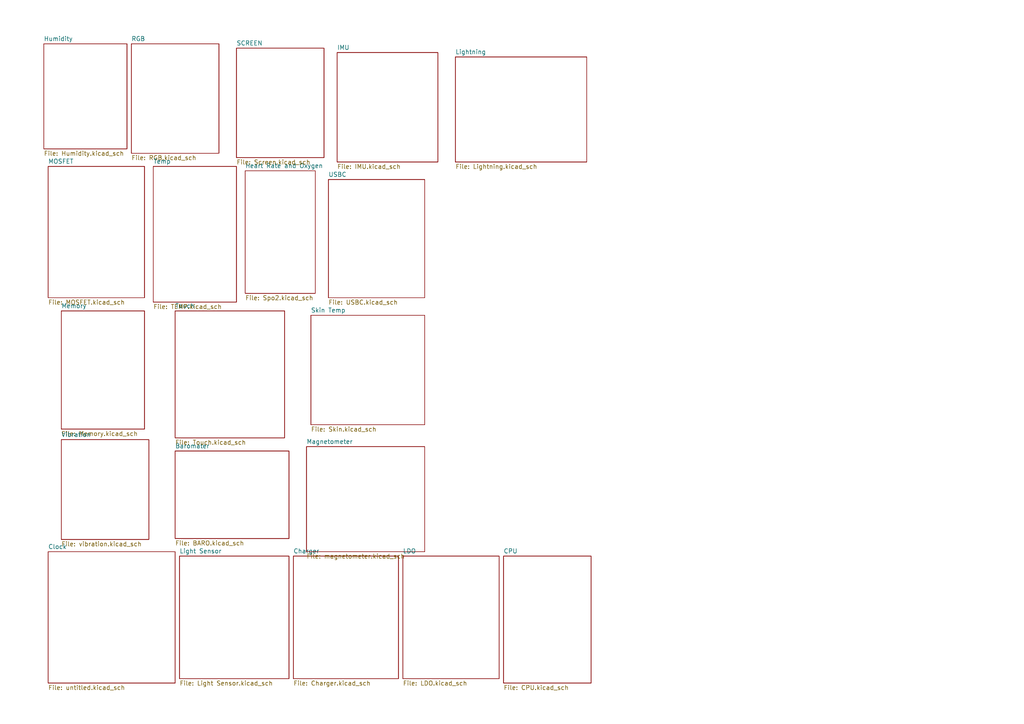
<source format=kicad_sch>
(kicad_sch
	(version 20250114)
	(generator "eeschema")
	(generator_version "9.0")
	(uuid "52181fb0-1be8-41da-83b2-7d5a62778ff4")
	(paper "A4")
	(lib_symbols)
	(sheet
		(at 44.45 48.26)
		(size 24.13 39.37)
		(exclude_from_sim no)
		(in_bom yes)
		(on_board yes)
		(dnp no)
		(fields_autoplaced yes)
		(stroke
			(width 0.1524)
			(type solid)
		)
		(fill
			(color 0 0 0 0.0000)
		)
		(uuid "01b5dd88-d733-4c4b-897c-9901ed06fbc3")
		(property "Sheetname" "Temp"
			(at 44.45 47.5484 0)
			(effects
				(font
					(size 1.27 1.27)
				)
				(justify left bottom)
			)
		)
		(property "Sheetfile" "TEMP.kicad_sch"
			(at 44.45 88.2146 0)
			(effects
				(font
					(size 1.27 1.27)
				)
				(justify left top)
			)
		)
		(instances
			(project "Smarter Watch Stuff"
				(path "/52181fb0-1be8-41da-83b2-7d5a62778ff4"
					(page "10")
				)
			)
		)
	)
	(sheet
		(at 13.97 160.02)
		(size 36.83 38.1)
		(exclude_from_sim no)
		(in_bom yes)
		(on_board yes)
		(dnp no)
		(fields_autoplaced yes)
		(stroke
			(width 0.1524)
			(type solid)
		)
		(fill
			(color 0 0 0 0.0000)
		)
		(uuid "2f0b09c8-b4cf-4f8b-b6e9-0daae63785e2")
		(property "Sheetname" "Clock"
			(at 13.97 159.3084 0)
			(effects
				(font
					(size 1.27 1.27)
				)
				(justify left bottom)
			)
		)
		(property "Sheetfile" "untitled.kicad_sch"
			(at 13.97 198.7046 0)
			(effects
				(font
					(size 1.27 1.27)
				)
				(justify left top)
			)
		)
		(instances
			(project "Smarter Watch Stuff"
				(path "/52181fb0-1be8-41da-83b2-7d5a62778ff4"
					(page "2")
				)
			)
		)
	)
	(sheet
		(at 12.7 12.7)
		(size 24.13 30.48)
		(exclude_from_sim no)
		(in_bom yes)
		(on_board yes)
		(dnp no)
		(fields_autoplaced yes)
		(stroke
			(width 0.1524)
			(type solid)
		)
		(fill
			(color 0 0 0 0.0000)
		)
		(uuid "32cbc301-99d8-4fa0-b16c-40efe0d038ae")
		(property "Sheetname" "Humidity"
			(at 12.7 11.9884 0)
			(effects
				(font
					(size 1.27 1.27)
				)
				(justify left bottom)
			)
		)
		(property "Sheetfile" "Humidity.kicad_sch"
			(at 12.7 43.7646 0)
			(effects
				(font
					(size 1.27 1.27)
				)
				(justify left top)
			)
		)
		(instances
			(project "Smarter Watch Stuff"
				(path "/52181fb0-1be8-41da-83b2-7d5a62778ff4"
					(page "7")
				)
			)
		)
	)
	(sheet
		(at 17.78 127.508)
		(size 25.4 28.956)
		(exclude_from_sim no)
		(in_bom yes)
		(on_board yes)
		(dnp no)
		(fields_autoplaced yes)
		(stroke
			(width 0.1524)
			(type solid)
		)
		(fill
			(color 0 0 0 0.0000)
		)
		(uuid "4391aa75-64c4-4f2b-91f2-dcfd546de819")
		(property "Sheetname" "Vibration"
			(at 17.78 126.7964 0)
			(effects
				(font
					(size 1.27 1.27)
				)
				(justify left bottom)
			)
		)
		(property "Sheetfile" "vibration.kicad_sch"
			(at 17.78 157.0486 0)
			(effects
				(font
					(size 1.27 1.27)
				)
				(justify left top)
			)
		)
		(instances
			(project "Smarter Watch Stuff"
				(path "/52181fb0-1be8-41da-83b2-7d5a62778ff4"
					(page "16")
				)
			)
		)
	)
	(sheet
		(at 50.8 90.17)
		(size 31.75 36.83)
		(exclude_from_sim no)
		(in_bom yes)
		(on_board yes)
		(dnp no)
		(fields_autoplaced yes)
		(stroke
			(width 0.1524)
			(type solid)
		)
		(fill
			(color 0 0 0 0.0000)
		)
		(uuid "4df96961-4f81-4895-89b9-346021eb0621")
		(property "Sheetname" "Touch"
			(at 50.8 89.4584 0)
			(effects
				(font
					(size 1.27 1.27)
				)
				(justify left bottom)
			)
		)
		(property "Sheetfile" "Touch.kicad_sch"
			(at 50.8 127.5846 0)
			(effects
				(font
					(size 1.27 1.27)
				)
				(justify left top)
			)
		)
		(instances
			(project "Smarter Watch Stuff"
				(path "/52181fb0-1be8-41da-83b2-7d5a62778ff4"
					(page "17")
				)
			)
		)
	)
	(sheet
		(at 13.97 48.26)
		(size 27.94 38.1)
		(exclude_from_sim no)
		(in_bom yes)
		(on_board yes)
		(dnp no)
		(fields_autoplaced yes)
		(stroke
			(width 0.1524)
			(type solid)
		)
		(fill
			(color 0 0 0 0.0000)
		)
		(uuid "4e6e0c31-a114-41a6-91d2-e39a92f1b389")
		(property "Sheetname" "MOSFET"
			(at 13.97 47.5484 0)
			(effects
				(font
					(size 1.27 1.27)
				)
				(justify left bottom)
			)
		)
		(property "Sheetfile" "MOSFET.kicad_sch"
			(at 13.97 86.9446 0)
			(effects
				(font
					(size 1.27 1.27)
				)
				(justify left top)
			)
		)
		(instances
			(project "Smarter Watch Stuff"
				(path "/52181fb0-1be8-41da-83b2-7d5a62778ff4"
					(page "9")
				)
			)
		)
	)
	(sheet
		(at 90.17 91.44)
		(size 33.02 31.75)
		(exclude_from_sim no)
		(in_bom yes)
		(on_board yes)
		(dnp no)
		(fields_autoplaced yes)
		(stroke
			(width 0.1524)
			(type solid)
		)
		(fill
			(color 0 0 0 0.0000)
		)
		(uuid "596be1bd-3875-49a3-8dbd-4c169cd37f92")
		(property "Sheetname" "Skin Temp"
			(at 90.17 90.7284 0)
			(effects
				(font
					(size 1.27 1.27)
				)
				(justify left bottom)
			)
		)
		(property "Sheetfile" "Skin.kicad_sch"
			(at 90.17 123.7746 0)
			(effects
				(font
					(size 1.27 1.27)
				)
				(justify left top)
			)
		)
		(instances
			(project "Smarter Watch Stuff"
				(path "/52181fb0-1be8-41da-83b2-7d5a62778ff4"
					(page "18")
				)
			)
		)
	)
	(sheet
		(at 50.8 130.81)
		(size 33.02 25.4)
		(exclude_from_sim no)
		(in_bom yes)
		(on_board yes)
		(dnp no)
		(fields_autoplaced yes)
		(stroke
			(width 0.1524)
			(type solid)
		)
		(fill
			(color 0 0 0 0.0000)
		)
		(uuid "64b56c59-94b5-4fcd-a1b7-d29a8b43cdbf")
		(property "Sheetname" "Baromater"
			(at 50.8 130.0984 0)
			(effects
				(font
					(size 1.27 1.27)
				)
				(justify left bottom)
			)
		)
		(property "Sheetfile" "BARO.kicad_sch"
			(at 50.8 156.7946 0)
			(effects
				(font
					(size 1.27 1.27)
				)
				(justify left top)
			)
		)
		(instances
			(project "Smarter Watch Stuff"
				(path "/52181fb0-1be8-41da-83b2-7d5a62778ff4"
					(page "19")
				)
			)
		)
	)
	(sheet
		(at 38.1 12.7)
		(size 25.4 31.75)
		(exclude_from_sim no)
		(in_bom yes)
		(on_board yes)
		(dnp no)
		(fields_autoplaced yes)
		(stroke
			(width 0.1524)
			(type solid)
		)
		(fill
			(color 0 0 0 0.0000)
		)
		(uuid "6c8c7d50-1ba8-4a5e-9463-25cd8988433c")
		(property "Sheetname" "RGB"
			(at 38.1 11.9884 0)
			(effects
				(font
					(size 1.27 1.27)
				)
				(justify left bottom)
			)
		)
		(property "Sheetfile" "RGB.kicad_sch"
			(at 38.1 45.0346 0)
			(effects
				(font
					(size 1.27 1.27)
				)
				(justify left top)
			)
		)
		(instances
			(project "Smarter Watch Stuff"
				(path "/52181fb0-1be8-41da-83b2-7d5a62778ff4"
					(page "8")
				)
			)
		)
	)
	(sheet
		(at 68.58 13.97)
		(size 25.4 31.75)
		(exclude_from_sim no)
		(in_bom yes)
		(on_board yes)
		(dnp no)
		(fields_autoplaced yes)
		(stroke
			(width 0.1524)
			(type solid)
		)
		(fill
			(color 0 0 0 0.0000)
		)
		(uuid "77892699-573d-4088-8620-7e57ff64f2e6")
		(property "Sheetname" "SCREEN"
			(at 68.58 13.2584 0)
			(effects
				(font
					(size 1.27 1.27)
				)
				(justify left bottom)
			)
		)
		(property "Sheetfile" "Screen.kicad_sch"
			(at 68.58 46.3046 0)
			(effects
				(font
					(size 1.27 1.27)
				)
				(justify left top)
			)
		)
		(instances
			(project "Smarter Watch Stuff"
				(path "/52181fb0-1be8-41da-83b2-7d5a62778ff4"
					(page "11")
				)
			)
		)
	)
	(sheet
		(at 97.79 15.24)
		(size 29.21 31.75)
		(exclude_from_sim no)
		(in_bom yes)
		(on_board yes)
		(dnp no)
		(fields_autoplaced yes)
		(stroke
			(width 0.1524)
			(type solid)
		)
		(fill
			(color 0 0 0 0.0000)
		)
		(uuid "803fb00a-057d-4ee2-baeb-1579b9152d17")
		(property "Sheetname" "IMU"
			(at 97.79 14.5284 0)
			(effects
				(font
					(size 1.27 1.27)
				)
				(justify left bottom)
			)
		)
		(property "Sheetfile" "IMU.kicad_sch"
			(at 97.79 47.5746 0)
			(effects
				(font
					(size 1.27 1.27)
				)
				(justify left top)
			)
		)
		(instances
			(project "Smarter Watch Stuff"
				(path "/52181fb0-1be8-41da-83b2-7d5a62778ff4"
					(page "13")
				)
			)
		)
	)
	(sheet
		(at 146.05 161.29)
		(size 25.4 36.83)
		(exclude_from_sim no)
		(in_bom yes)
		(on_board yes)
		(dnp no)
		(fields_autoplaced yes)
		(stroke
			(width 0.1524)
			(type solid)
		)
		(fill
			(color 0 0 0 0.0000)
		)
		(uuid "a00a754a-aed5-4908-97a0-bc1d443d4203")
		(property "Sheetname" "CPU"
			(at 146.05 160.5784 0)
			(effects
				(font
					(size 1.27 1.27)
				)
				(justify left bottom)
			)
		)
		(property "Sheetfile" "CPU.kicad_sch"
			(at 146.05 198.7046 0)
			(effects
				(font
					(size 1.27 1.27)
				)
				(justify left top)
			)
		)
		(instances
			(project "Smarter Watch Stuff"
				(path "/52181fb0-1be8-41da-83b2-7d5a62778ff4"
					(page "6")
				)
			)
		)
	)
	(sheet
		(at 116.84 161.29)
		(size 27.94 35.56)
		(exclude_from_sim no)
		(in_bom yes)
		(on_board yes)
		(dnp no)
		(fields_autoplaced yes)
		(stroke
			(width 0.1524)
			(type solid)
		)
		(fill
			(color 0 0 0 0.0000)
		)
		(uuid "a81d0056-8f62-4a8c-9881-76225b75ad2c")
		(property "Sheetname" "LDO"
			(at 116.84 160.5784 0)
			(effects
				(font
					(size 1.27 1.27)
				)
				(justify left bottom)
			)
		)
		(property "Sheetfile" "LDO.kicad_sch"
			(at 116.84 197.4346 0)
			(effects
				(font
					(size 1.27 1.27)
				)
				(justify left top)
			)
		)
		(instances
			(project "Smarter Watch Stuff"
				(path "/52181fb0-1be8-41da-83b2-7d5a62778ff4"
					(page "5")
				)
			)
		)
	)
	(sheet
		(at 88.9 129.54)
		(size 34.29 30.48)
		(exclude_from_sim no)
		(in_bom yes)
		(on_board yes)
		(dnp no)
		(fields_autoplaced yes)
		(stroke
			(width 0.1524)
			(type solid)
		)
		(fill
			(color 0 0 0 0.0000)
		)
		(uuid "b9a66531-3de1-40e3-a748-3f34f0ced924")
		(property "Sheetname" "Magnetometer"
			(at 88.9 128.8284 0)
			(effects
				(font
					(size 1.27 1.27)
				)
				(justify left bottom)
			)
		)
		(property "Sheetfile" "magnetometer.kicad_sch"
			(at 88.9 160.6046 0)
			(effects
				(font
					(size 1.27 1.27)
				)
				(justify left top)
			)
		)
		(instances
			(project "Smarter Watch Stuff"
				(path "/52181fb0-1be8-41da-83b2-7d5a62778ff4"
					(page "20")
				)
			)
		)
	)
	(sheet
		(at 132.08 16.51)
		(size 38.1 30.48)
		(exclude_from_sim no)
		(in_bom yes)
		(on_board yes)
		(dnp no)
		(fields_autoplaced yes)
		(stroke
			(width 0.1524)
			(type solid)
		)
		(fill
			(color 0 0 0 0.0000)
		)
		(uuid "b9fa46c4-d87c-4f12-b237-f801e8270b19")
		(property "Sheetname" "Lightning"
			(at 132.08 15.7984 0)
			(effects
				(font
					(size 1.27 1.27)
				)
				(justify left bottom)
			)
		)
		(property "Sheetfile" "Lightning.kicad_sch"
			(at 132.08 47.5746 0)
			(effects
				(font
					(size 1.27 1.27)
				)
				(justify left top)
			)
		)
		(instances
			(project "Smarter Watch Stuff"
				(path "/52181fb0-1be8-41da-83b2-7d5a62778ff4"
					(page "21")
				)
			)
		)
	)
	(sheet
		(at 95.25 52.07)
		(size 27.94 34.29)
		(exclude_from_sim no)
		(in_bom yes)
		(on_board yes)
		(dnp no)
		(fields_autoplaced yes)
		(stroke
			(width 0.1524)
			(type solid)
		)
		(fill
			(color 0 0 0 0.0000)
		)
		(uuid "cfac10be-be17-4cdb-a849-9d1c07b85e1a")
		(property "Sheetname" "USBC"
			(at 95.25 51.3584 0)
			(effects
				(font
					(size 1.27 1.27)
				)
				(justify left bottom)
			)
		)
		(property "Sheetfile" "USBC.kicad_sch"
			(at 95.25 86.9446 0)
			(effects
				(font
					(size 1.27 1.27)
				)
				(justify left top)
			)
		)
		(instances
			(project "Smarter Watch Stuff"
				(path "/52181fb0-1be8-41da-83b2-7d5a62778ff4"
					(page "14")
				)
			)
		)
	)
	(sheet
		(at 17.78 90.17)
		(size 24.13 34.29)
		(exclude_from_sim no)
		(in_bom yes)
		(on_board yes)
		(dnp no)
		(fields_autoplaced yes)
		(stroke
			(width 0.1524)
			(type solid)
		)
		(fill
			(color 0 0 0 0.0000)
		)
		(uuid "d294410d-228e-40f6-af22-786adbb6924d")
		(property "Sheetname" "Memory"
			(at 17.78 89.4584 0)
			(effects
				(font
					(size 1.27 1.27)
				)
				(justify left bottom)
			)
		)
		(property "Sheetfile" "Memory.kicad_sch"
			(at 17.78 125.0446 0)
			(effects
				(font
					(size 1.27 1.27)
				)
				(justify left top)
			)
		)
		(instances
			(project "Smarter Watch Stuff"
				(path "/52181fb0-1be8-41da-83b2-7d5a62778ff4"
					(page "15")
				)
			)
		)
	)
	(sheet
		(at 85.09 161.29)
		(size 30.48 35.56)
		(exclude_from_sim no)
		(in_bom yes)
		(on_board yes)
		(dnp no)
		(fields_autoplaced yes)
		(stroke
			(width 0.1524)
			(type solid)
		)
		(fill
			(color 0 0 0 0.0000)
		)
		(uuid "d387adec-aae0-473e-aca8-cc8cb50531b2")
		(property "Sheetname" "Charger"
			(at 85.09 160.5784 0)
			(effects
				(font
					(size 1.27 1.27)
				)
				(justify left bottom)
			)
		)
		(property "Sheetfile" "Charger.kicad_sch"
			(at 85.09 197.4346 0)
			(effects
				(font
					(size 1.27 1.27)
				)
				(justify left top)
			)
		)
		(instances
			(project "Smarter Watch Stuff"
				(path "/52181fb0-1be8-41da-83b2-7d5a62778ff4"
					(page "4")
				)
			)
		)
	)
	(sheet
		(at 71.12 49.53)
		(size 20.32 35.56)
		(exclude_from_sim no)
		(in_bom yes)
		(on_board yes)
		(dnp no)
		(fields_autoplaced yes)
		(stroke
			(width 0.1524)
			(type solid)
		)
		(fill
			(color 0 0 0 0.0000)
		)
		(uuid "ede32b43-0075-4e9b-9527-55f10148fcb6")
		(property "Sheetname" "Heart Rate and Oxygen"
			(at 71.12 48.8184 0)
			(effects
				(font
					(size 1.27 1.27)
				)
				(justify left bottom)
			)
		)
		(property "Sheetfile" "Spo2.kicad_sch"
			(at 71.12 85.6746 0)
			(effects
				(font
					(size 1.27 1.27)
				)
				(justify left top)
			)
		)
		(instances
			(project "Smarter Watch Stuff"
				(path "/52181fb0-1be8-41da-83b2-7d5a62778ff4"
					(page "12")
				)
			)
		)
	)
	(sheet
		(at 52.07 161.29)
		(size 31.75 35.56)
		(exclude_from_sim no)
		(in_bom yes)
		(on_board yes)
		(dnp no)
		(fields_autoplaced yes)
		(stroke
			(width 0.1524)
			(type solid)
		)
		(fill
			(color 0 0 0 0.0000)
		)
		(uuid "ff37529c-7f13-4764-a7bc-f886fcded995")
		(property "Sheetname" "Light Sensor"
			(at 52.07 160.5784 0)
			(effects
				(font
					(size 1.27 1.27)
				)
				(justify left bottom)
			)
		)
		(property "Sheetfile" "Light Sensor.kicad_sch"
			(at 52.07 197.4346 0)
			(effects
				(font
					(size 1.27 1.27)
				)
				(justify left top)
			)
		)
		(instances
			(project "Smarter Watch Stuff"
				(path "/52181fb0-1be8-41da-83b2-7d5a62778ff4"
					(page "3")
				)
			)
		)
	)
	(sheet_instances
		(path "/"
			(page "1")
		)
	)
	(embedded_fonts no)
)

</source>
